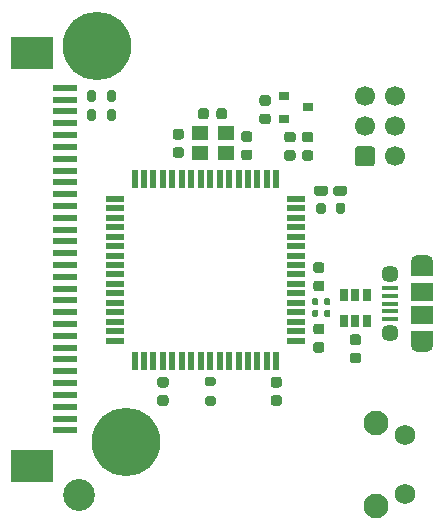
<source format=gts>
G04 #@! TF.GenerationSoftware,KiCad,Pcbnew,(5.1.9)-1*
G04 #@! TF.CreationDate,2021-05-17T03:23:03-07:00*
G04 #@! TF.ProjectId,wired-sculpt,77697265-642d-4736-9375-6c70742e6b69,rev?*
G04 #@! TF.SameCoordinates,Original*
G04 #@! TF.FileFunction,Soldermask,Top*
G04 #@! TF.FilePolarity,Negative*
%FSLAX46Y46*%
G04 Gerber Fmt 4.6, Leading zero omitted, Abs format (unit mm)*
G04 Created by KiCad (PCBNEW (5.1.9)-1) date 2021-05-17 03:23:03*
%MOMM*%
%LPD*%
G01*
G04 APERTURE LIST*
%ADD10C,2.100000*%
%ADD11C,1.750000*%
%ADD12R,0.900000X0.800000*%
%ADD13C,1.700000*%
%ADD14R,1.400000X1.200000*%
%ADD15R,1.500000X0.550000*%
%ADD16R,0.550000X1.500000*%
%ADD17R,0.650000X1.060000*%
%ADD18R,1.900000X1.500000*%
%ADD19C,1.450000*%
%ADD20R,1.350000X0.400000*%
%ADD21O,1.900000X1.200000*%
%ADD22R,1.900000X1.200000*%
%ADD23R,2.000000X0.610000*%
%ADD24R,3.600000X2.680000*%
%ADD25C,5.800000*%
%ADD26C,2.700000*%
G04 APERTURE END LIST*
D10*
G04 #@! TO.C,SW1*
X154600000Y-67400000D03*
D11*
X157100000Y-68400000D03*
X157100000Y-73400000D03*
D10*
X154600000Y-74400000D03*
G04 #@! TD*
D12*
G04 #@! TO.C,D1*
X148850000Y-40650000D03*
X146850000Y-41600000D03*
X146850000Y-39700000D03*
G04 #@! TD*
D13*
G04 #@! TO.C,J2*
X156240000Y-39720000D03*
X156240000Y-42260000D03*
X156240000Y-44800000D03*
X153700000Y-39720000D03*
X153700000Y-42260000D03*
G36*
G01*
X152850000Y-45400000D02*
X152850000Y-44200000D01*
G75*
G02*
X153100000Y-43950000I250000J0D01*
G01*
X154300000Y-43950000D01*
G75*
G02*
X154550000Y-44200000I0J-250000D01*
G01*
X154550000Y-45400000D01*
G75*
G02*
X154300000Y-45650000I-250000J0D01*
G01*
X153100000Y-45650000D01*
G75*
G02*
X152850000Y-45400000I0J250000D01*
G01*
G37*
G04 #@! TD*
D14*
G04 #@! TO.C,Y1*
X139700000Y-42850000D03*
X141900000Y-42850000D03*
X141900000Y-44550000D03*
X139700000Y-44550000D03*
G04 #@! TD*
G04 #@! TO.C,R6*
G36*
G01*
X131825000Y-41575000D02*
X131825000Y-41025000D01*
G75*
G02*
X132025000Y-40825000I200000J0D01*
G01*
X132425000Y-40825000D01*
G75*
G02*
X132625000Y-41025000I0J-200000D01*
G01*
X132625000Y-41575000D01*
G75*
G02*
X132425000Y-41775000I-200000J0D01*
G01*
X132025000Y-41775000D01*
G75*
G02*
X131825000Y-41575000I0J200000D01*
G01*
G37*
G36*
G01*
X130175000Y-41575000D02*
X130175000Y-41025000D01*
G75*
G02*
X130375000Y-40825000I200000J0D01*
G01*
X130775000Y-40825000D01*
G75*
G02*
X130975000Y-41025000I0J-200000D01*
G01*
X130975000Y-41575000D01*
G75*
G02*
X130775000Y-41775000I-200000J0D01*
G01*
X130375000Y-41775000D01*
G75*
G02*
X130175000Y-41575000I0J200000D01*
G01*
G37*
G04 #@! TD*
G04 #@! TO.C,R5*
G36*
G01*
X150375000Y-48925000D02*
X150375000Y-49475000D01*
G75*
G02*
X150175000Y-49675000I-200000J0D01*
G01*
X149775000Y-49675000D01*
G75*
G02*
X149575000Y-49475000I0J200000D01*
G01*
X149575000Y-48925000D01*
G75*
G02*
X149775000Y-48725000I200000J0D01*
G01*
X150175000Y-48725000D01*
G75*
G02*
X150375000Y-48925000I0J-200000D01*
G01*
G37*
G36*
G01*
X152025000Y-48925000D02*
X152025000Y-49475000D01*
G75*
G02*
X151825000Y-49675000I-200000J0D01*
G01*
X151425000Y-49675000D01*
G75*
G02*
X151225000Y-49475000I0J200000D01*
G01*
X151225000Y-48925000D01*
G75*
G02*
X151425000Y-48725000I200000J0D01*
G01*
X151825000Y-48725000D01*
G75*
G02*
X152025000Y-48925000I0J-200000D01*
G01*
G37*
G04 #@! TD*
G04 #@! TO.C,R3*
G36*
G01*
X150240000Y-58285000D02*
X150240000Y-57915000D01*
G75*
G02*
X150375000Y-57780000I135000J0D01*
G01*
X150645000Y-57780000D01*
G75*
G02*
X150780000Y-57915000I0J-135000D01*
G01*
X150780000Y-58285000D01*
G75*
G02*
X150645000Y-58420000I-135000J0D01*
G01*
X150375000Y-58420000D01*
G75*
G02*
X150240000Y-58285000I0J135000D01*
G01*
G37*
G36*
G01*
X149220000Y-58285000D02*
X149220000Y-57915000D01*
G75*
G02*
X149355000Y-57780000I135000J0D01*
G01*
X149625000Y-57780000D01*
G75*
G02*
X149760000Y-57915000I0J-135000D01*
G01*
X149760000Y-58285000D01*
G75*
G02*
X149625000Y-58420000I-135000J0D01*
G01*
X149355000Y-58420000D01*
G75*
G02*
X149220000Y-58285000I0J135000D01*
G01*
G37*
G04 #@! TD*
G04 #@! TO.C,R2*
G36*
G01*
X150240000Y-57285000D02*
X150240000Y-56915000D01*
G75*
G02*
X150375000Y-56780000I135000J0D01*
G01*
X150645000Y-56780000D01*
G75*
G02*
X150780000Y-56915000I0J-135000D01*
G01*
X150780000Y-57285000D01*
G75*
G02*
X150645000Y-57420000I-135000J0D01*
G01*
X150375000Y-57420000D01*
G75*
G02*
X150240000Y-57285000I0J135000D01*
G01*
G37*
G36*
G01*
X149220000Y-57285000D02*
X149220000Y-56915000D01*
G75*
G02*
X149355000Y-56780000I135000J0D01*
G01*
X149625000Y-56780000D01*
G75*
G02*
X149760000Y-56915000I0J-135000D01*
G01*
X149760000Y-57285000D01*
G75*
G02*
X149625000Y-57420000I-135000J0D01*
G01*
X149355000Y-57420000D01*
G75*
G02*
X149220000Y-57285000I0J135000D01*
G01*
G37*
G04 #@! TD*
G04 #@! TO.C,R1*
G36*
G01*
X131825000Y-39975000D02*
X131825000Y-39425000D01*
G75*
G02*
X132025000Y-39225000I200000J0D01*
G01*
X132425000Y-39225000D01*
G75*
G02*
X132625000Y-39425000I0J-200000D01*
G01*
X132625000Y-39975000D01*
G75*
G02*
X132425000Y-40175000I-200000J0D01*
G01*
X132025000Y-40175000D01*
G75*
G02*
X131825000Y-39975000I0J200000D01*
G01*
G37*
G36*
G01*
X130175000Y-39975000D02*
X130175000Y-39425000D01*
G75*
G02*
X130375000Y-39225000I200000J0D01*
G01*
X130775000Y-39225000D01*
G75*
G02*
X130975000Y-39425000I0J-200000D01*
G01*
X130975000Y-39975000D01*
G75*
G02*
X130775000Y-40175000I-200000J0D01*
G01*
X130375000Y-40175000D01*
G75*
G02*
X130175000Y-39975000I0J200000D01*
G01*
G37*
G04 #@! TD*
G04 #@! TO.C,C11*
G36*
G01*
X148600000Y-44275000D02*
X149100000Y-44275000D01*
G75*
G02*
X149325000Y-44500000I0J-225000D01*
G01*
X149325000Y-44950000D01*
G75*
G02*
X149100000Y-45175000I-225000J0D01*
G01*
X148600000Y-45175000D01*
G75*
G02*
X148375000Y-44950000I0J225000D01*
G01*
X148375000Y-44500000D01*
G75*
G02*
X148600000Y-44275000I225000J0D01*
G01*
G37*
G36*
G01*
X148600000Y-42725000D02*
X149100000Y-42725000D01*
G75*
G02*
X149325000Y-42950000I0J-225000D01*
G01*
X149325000Y-43400000D01*
G75*
G02*
X149100000Y-43625000I-225000J0D01*
G01*
X148600000Y-43625000D01*
G75*
G02*
X148375000Y-43400000I0J225000D01*
G01*
X148375000Y-42950000D01*
G75*
G02*
X148600000Y-42725000I225000J0D01*
G01*
G37*
G04 #@! TD*
G04 #@! TO.C,C1*
G36*
G01*
X136850000Y-64375000D02*
X136350000Y-64375000D01*
G75*
G02*
X136125000Y-64150000I0J225000D01*
G01*
X136125000Y-63700000D01*
G75*
G02*
X136350000Y-63475000I225000J0D01*
G01*
X136850000Y-63475000D01*
G75*
G02*
X137075000Y-63700000I0J-225000D01*
G01*
X137075000Y-64150000D01*
G75*
G02*
X136850000Y-64375000I-225000J0D01*
G01*
G37*
G36*
G01*
X136850000Y-65925000D02*
X136350000Y-65925000D01*
G75*
G02*
X136125000Y-65700000I0J225000D01*
G01*
X136125000Y-65250000D01*
G75*
G02*
X136350000Y-65025000I225000J0D01*
G01*
X136850000Y-65025000D01*
G75*
G02*
X137075000Y-65250000I0J-225000D01*
G01*
X137075000Y-65700000D01*
G75*
G02*
X136850000Y-65925000I-225000J0D01*
G01*
G37*
G04 #@! TD*
D15*
G04 #@! TO.C,U2*
X147900000Y-60400000D03*
X147900000Y-59600000D03*
X147900000Y-58800000D03*
X147900000Y-58000000D03*
X147900000Y-57200000D03*
X147900000Y-56400000D03*
X147900000Y-55600000D03*
X147900000Y-54800000D03*
X147900000Y-54000000D03*
X147900000Y-53200000D03*
X147900000Y-52400000D03*
X147900000Y-51600000D03*
X147900000Y-50800000D03*
X147900000Y-50000000D03*
X147900000Y-49200000D03*
X147900000Y-48400000D03*
D16*
X146200000Y-46700000D03*
X145400000Y-46700000D03*
X144600000Y-46700000D03*
X143800000Y-46700000D03*
X143000000Y-46700000D03*
X142200000Y-46700000D03*
X141400000Y-46700000D03*
X140600000Y-46700000D03*
X139800000Y-46700000D03*
X139000000Y-46700000D03*
X138200000Y-46700000D03*
X137400000Y-46700000D03*
X136600000Y-46700000D03*
X135800000Y-46700000D03*
X135000000Y-46700000D03*
X134200000Y-46700000D03*
D15*
X132500000Y-48400000D03*
X132500000Y-49200000D03*
X132500000Y-50000000D03*
X132500000Y-50800000D03*
X132500000Y-51600000D03*
X132500000Y-52400000D03*
X132500000Y-53200000D03*
X132500000Y-54000000D03*
X132500000Y-54800000D03*
X132500000Y-55600000D03*
X132500000Y-56400000D03*
X132500000Y-57200000D03*
X132500000Y-58000000D03*
X132500000Y-58800000D03*
X132500000Y-59600000D03*
X132500000Y-60400000D03*
D16*
X134200000Y-62100000D03*
X135000000Y-62100000D03*
X135800000Y-62100000D03*
X136600000Y-62100000D03*
X137400000Y-62100000D03*
X138200000Y-62100000D03*
X139000000Y-62100000D03*
X139800000Y-62100000D03*
X140600000Y-62100000D03*
X141400000Y-62100000D03*
X142200000Y-62100000D03*
X143000000Y-62100000D03*
X143800000Y-62100000D03*
X144600000Y-62100000D03*
X145400000Y-62100000D03*
X146200000Y-62100000D03*
G04 #@! TD*
D17*
G04 #@! TO.C,U1*
X153850000Y-56500000D03*
X152900000Y-56500000D03*
X151950000Y-56500000D03*
X151950000Y-58700000D03*
X153850000Y-58700000D03*
X152900000Y-58700000D03*
G04 #@! TD*
G04 #@! TO.C,R4*
G36*
G01*
X140875000Y-64275000D02*
X140325000Y-64275000D01*
G75*
G02*
X140125000Y-64075000I0J200000D01*
G01*
X140125000Y-63675000D01*
G75*
G02*
X140325000Y-63475000I200000J0D01*
G01*
X140875000Y-63475000D01*
G75*
G02*
X141075000Y-63675000I0J-200000D01*
G01*
X141075000Y-64075000D01*
G75*
G02*
X140875000Y-64275000I-200000J0D01*
G01*
G37*
G36*
G01*
X140875000Y-65925000D02*
X140325000Y-65925000D01*
G75*
G02*
X140125000Y-65725000I0J200000D01*
G01*
X140125000Y-65325000D01*
G75*
G02*
X140325000Y-65125000I200000J0D01*
G01*
X140875000Y-65125000D01*
G75*
G02*
X141075000Y-65325000I0J-200000D01*
G01*
X141075000Y-65725000D01*
G75*
G02*
X140875000Y-65925000I-200000J0D01*
G01*
G37*
G04 #@! TD*
D18*
G04 #@! TO.C,J1*
X158537500Y-56275000D03*
D19*
X155837500Y-59775000D03*
D20*
X155837500Y-57925000D03*
X155837500Y-58575000D03*
X155837500Y-55975000D03*
X155837500Y-56625000D03*
X155837500Y-57275000D03*
D19*
X155837500Y-54775000D03*
D18*
X158537500Y-58275000D03*
D21*
X158537500Y-60775000D03*
X158537500Y-53775000D03*
D22*
X158537500Y-54375000D03*
X158537500Y-60175000D03*
G04 #@! TD*
G04 #@! TO.C,D2*
G36*
G01*
X151000000Y-47912500D02*
X151000000Y-47487500D01*
G75*
G02*
X151212500Y-47275000I212500J0D01*
G01*
X152012500Y-47275000D01*
G75*
G02*
X152225000Y-47487500I0J-212500D01*
G01*
X152225000Y-47912500D01*
G75*
G02*
X152012500Y-48125000I-212500J0D01*
G01*
X151212500Y-48125000D01*
G75*
G02*
X151000000Y-47912500I0J212500D01*
G01*
G37*
G36*
G01*
X149375000Y-47912500D02*
X149375000Y-47487500D01*
G75*
G02*
X149587500Y-47275000I212500J0D01*
G01*
X150387500Y-47275000D01*
G75*
G02*
X150600000Y-47487500I0J-212500D01*
G01*
X150600000Y-47912500D01*
G75*
G02*
X150387500Y-48125000I-212500J0D01*
G01*
X149587500Y-48125000D01*
G75*
G02*
X149375000Y-47912500I0J212500D01*
G01*
G37*
G04 #@! TD*
G04 #@! TO.C,C3*
G36*
G01*
X138150000Y-43375000D02*
X137650000Y-43375000D01*
G75*
G02*
X137425000Y-43150000I0J225000D01*
G01*
X137425000Y-42700000D01*
G75*
G02*
X137650000Y-42475000I225000J0D01*
G01*
X138150000Y-42475000D01*
G75*
G02*
X138375000Y-42700000I0J-225000D01*
G01*
X138375000Y-43150000D01*
G75*
G02*
X138150000Y-43375000I-225000J0D01*
G01*
G37*
G36*
G01*
X138150000Y-44925000D02*
X137650000Y-44925000D01*
G75*
G02*
X137425000Y-44700000I0J225000D01*
G01*
X137425000Y-44250000D01*
G75*
G02*
X137650000Y-44025000I225000J0D01*
G01*
X138150000Y-44025000D01*
G75*
G02*
X138375000Y-44250000I0J-225000D01*
G01*
X138375000Y-44700000D01*
G75*
G02*
X138150000Y-44925000I-225000J0D01*
G01*
G37*
G04 #@! TD*
G04 #@! TO.C,C10*
G36*
G01*
X145500000Y-40525000D02*
X145000000Y-40525000D01*
G75*
G02*
X144775000Y-40300000I0J225000D01*
G01*
X144775000Y-39850000D01*
G75*
G02*
X145000000Y-39625000I225000J0D01*
G01*
X145500000Y-39625000D01*
G75*
G02*
X145725000Y-39850000I0J-225000D01*
G01*
X145725000Y-40300000D01*
G75*
G02*
X145500000Y-40525000I-225000J0D01*
G01*
G37*
G36*
G01*
X145500000Y-42075000D02*
X145000000Y-42075000D01*
G75*
G02*
X144775000Y-41850000I0J225000D01*
G01*
X144775000Y-41400000D01*
G75*
G02*
X145000000Y-41175000I225000J0D01*
G01*
X145500000Y-41175000D01*
G75*
G02*
X145725000Y-41400000I0J-225000D01*
G01*
X145725000Y-41850000D01*
G75*
G02*
X145500000Y-42075000I-225000J0D01*
G01*
G37*
G04 #@! TD*
G04 #@! TO.C,C9*
G36*
G01*
X147100000Y-44275000D02*
X147600000Y-44275000D01*
G75*
G02*
X147825000Y-44500000I0J-225000D01*
G01*
X147825000Y-44950000D01*
G75*
G02*
X147600000Y-45175000I-225000J0D01*
G01*
X147100000Y-45175000D01*
G75*
G02*
X146875000Y-44950000I0J225000D01*
G01*
X146875000Y-44500000D01*
G75*
G02*
X147100000Y-44275000I225000J0D01*
G01*
G37*
G36*
G01*
X147100000Y-42725000D02*
X147600000Y-42725000D01*
G75*
G02*
X147825000Y-42950000I0J-225000D01*
G01*
X147825000Y-43400000D01*
G75*
G02*
X147600000Y-43625000I-225000J0D01*
G01*
X147100000Y-43625000D01*
G75*
G02*
X146875000Y-43400000I0J225000D01*
G01*
X146875000Y-42950000D01*
G75*
G02*
X147100000Y-42725000I225000J0D01*
G01*
G37*
G04 #@! TD*
G04 #@! TO.C,C8*
G36*
G01*
X143450000Y-44225000D02*
X143950000Y-44225000D01*
G75*
G02*
X144175000Y-44450000I0J-225000D01*
G01*
X144175000Y-44900000D01*
G75*
G02*
X143950000Y-45125000I-225000J0D01*
G01*
X143450000Y-45125000D01*
G75*
G02*
X143225000Y-44900000I0J225000D01*
G01*
X143225000Y-44450000D01*
G75*
G02*
X143450000Y-44225000I225000J0D01*
G01*
G37*
G36*
G01*
X143450000Y-42675000D02*
X143950000Y-42675000D01*
G75*
G02*
X144175000Y-42900000I0J-225000D01*
G01*
X144175000Y-43350000D01*
G75*
G02*
X143950000Y-43575000I-225000J0D01*
G01*
X143450000Y-43575000D01*
G75*
G02*
X143225000Y-43350000I0J225000D01*
G01*
X143225000Y-42900000D01*
G75*
G02*
X143450000Y-42675000I225000J0D01*
G01*
G37*
G04 #@! TD*
G04 #@! TO.C,C7*
G36*
G01*
X146450000Y-64375000D02*
X145950000Y-64375000D01*
G75*
G02*
X145725000Y-64150000I0J225000D01*
G01*
X145725000Y-63700000D01*
G75*
G02*
X145950000Y-63475000I225000J0D01*
G01*
X146450000Y-63475000D01*
G75*
G02*
X146675000Y-63700000I0J-225000D01*
G01*
X146675000Y-64150000D01*
G75*
G02*
X146450000Y-64375000I-225000J0D01*
G01*
G37*
G36*
G01*
X146450000Y-65925000D02*
X145950000Y-65925000D01*
G75*
G02*
X145725000Y-65700000I0J225000D01*
G01*
X145725000Y-65250000D01*
G75*
G02*
X145950000Y-65025000I225000J0D01*
G01*
X146450000Y-65025000D01*
G75*
G02*
X146675000Y-65250000I0J-225000D01*
G01*
X146675000Y-65700000D01*
G75*
G02*
X146450000Y-65925000I-225000J0D01*
G01*
G37*
G04 #@! TD*
G04 #@! TO.C,C6*
G36*
G01*
X150050000Y-59875000D02*
X149550000Y-59875000D01*
G75*
G02*
X149325000Y-59650000I0J225000D01*
G01*
X149325000Y-59200000D01*
G75*
G02*
X149550000Y-58975000I225000J0D01*
G01*
X150050000Y-58975000D01*
G75*
G02*
X150275000Y-59200000I0J-225000D01*
G01*
X150275000Y-59650000D01*
G75*
G02*
X150050000Y-59875000I-225000J0D01*
G01*
G37*
G36*
G01*
X150050000Y-61425000D02*
X149550000Y-61425000D01*
G75*
G02*
X149325000Y-61200000I0J225000D01*
G01*
X149325000Y-60750000D01*
G75*
G02*
X149550000Y-60525000I225000J0D01*
G01*
X150050000Y-60525000D01*
G75*
G02*
X150275000Y-60750000I0J-225000D01*
G01*
X150275000Y-61200000D01*
G75*
G02*
X150050000Y-61425000I-225000J0D01*
G01*
G37*
G04 #@! TD*
G04 #@! TO.C,C5*
G36*
G01*
X150050000Y-54675000D02*
X149550000Y-54675000D01*
G75*
G02*
X149325000Y-54450000I0J225000D01*
G01*
X149325000Y-54000000D01*
G75*
G02*
X149550000Y-53775000I225000J0D01*
G01*
X150050000Y-53775000D01*
G75*
G02*
X150275000Y-54000000I0J-225000D01*
G01*
X150275000Y-54450000D01*
G75*
G02*
X150050000Y-54675000I-225000J0D01*
G01*
G37*
G36*
G01*
X150050000Y-56225000D02*
X149550000Y-56225000D01*
G75*
G02*
X149325000Y-56000000I0J225000D01*
G01*
X149325000Y-55550000D01*
G75*
G02*
X149550000Y-55325000I225000J0D01*
G01*
X150050000Y-55325000D01*
G75*
G02*
X150275000Y-55550000I0J-225000D01*
G01*
X150275000Y-56000000D01*
G75*
G02*
X150050000Y-56225000I-225000J0D01*
G01*
G37*
G04 #@! TD*
G04 #@! TO.C,C4*
G36*
G01*
X140475000Y-40950000D02*
X140475000Y-41450000D01*
G75*
G02*
X140250000Y-41675000I-225000J0D01*
G01*
X139800000Y-41675000D01*
G75*
G02*
X139575000Y-41450000I0J225000D01*
G01*
X139575000Y-40950000D01*
G75*
G02*
X139800000Y-40725000I225000J0D01*
G01*
X140250000Y-40725000D01*
G75*
G02*
X140475000Y-40950000I0J-225000D01*
G01*
G37*
G36*
G01*
X142025000Y-40950000D02*
X142025000Y-41450000D01*
G75*
G02*
X141800000Y-41675000I-225000J0D01*
G01*
X141350000Y-41675000D01*
G75*
G02*
X141125000Y-41450000I0J225000D01*
G01*
X141125000Y-40950000D01*
G75*
G02*
X141350000Y-40725000I225000J0D01*
G01*
X141800000Y-40725000D01*
G75*
G02*
X142025000Y-40950000I0J-225000D01*
G01*
G37*
G04 #@! TD*
G04 #@! TO.C,C2*
G36*
G01*
X153150000Y-60775000D02*
X152650000Y-60775000D01*
G75*
G02*
X152425000Y-60550000I0J225000D01*
G01*
X152425000Y-60100000D01*
G75*
G02*
X152650000Y-59875000I225000J0D01*
G01*
X153150000Y-59875000D01*
G75*
G02*
X153375000Y-60100000I0J-225000D01*
G01*
X153375000Y-60550000D01*
G75*
G02*
X153150000Y-60775000I-225000J0D01*
G01*
G37*
G36*
G01*
X153150000Y-62325000D02*
X152650000Y-62325000D01*
G75*
G02*
X152425000Y-62100000I0J225000D01*
G01*
X152425000Y-61650000D01*
G75*
G02*
X152650000Y-61425000I225000J0D01*
G01*
X153150000Y-61425000D01*
G75*
G02*
X153375000Y-61650000I0J-225000D01*
G01*
X153375000Y-62100000D01*
G75*
G02*
X153150000Y-62325000I-225000J0D01*
G01*
G37*
G04 #@! TD*
D23*
G04 #@! TO.C,J3*
X128300000Y-39000000D03*
X128300000Y-40000000D03*
X128300000Y-41000000D03*
X128300000Y-42000000D03*
X128300000Y-43000000D03*
X128300000Y-44000000D03*
X128300000Y-45000000D03*
X128300000Y-46000000D03*
X128300000Y-47000000D03*
X128300000Y-48000000D03*
X128300000Y-49000000D03*
X128300000Y-50000000D03*
X128300000Y-51000000D03*
X128300000Y-52000000D03*
X128300000Y-53000000D03*
X128300000Y-54000000D03*
X128300000Y-55000000D03*
X128300000Y-56000000D03*
X128300000Y-57000000D03*
X128300000Y-58000000D03*
X128300000Y-59000000D03*
X128300000Y-60000000D03*
X128300000Y-61000000D03*
X128300000Y-62000000D03*
X128300000Y-63000000D03*
X128300000Y-64000000D03*
X128300000Y-65000000D03*
X128300000Y-66000000D03*
X128300000Y-67000000D03*
X128300000Y-68000000D03*
D24*
X125500000Y-36010000D03*
X125500000Y-70990000D03*
G04 #@! TD*
D25*
G04 #@! TO.C,H1*
X131000000Y-35500000D03*
G04 #@! TD*
G04 #@! TO.C,H2*
X133500000Y-69000000D03*
G04 #@! TD*
D26*
G04 #@! TO.C,H3*
X129500000Y-73500000D03*
G04 #@! TD*
M02*

</source>
